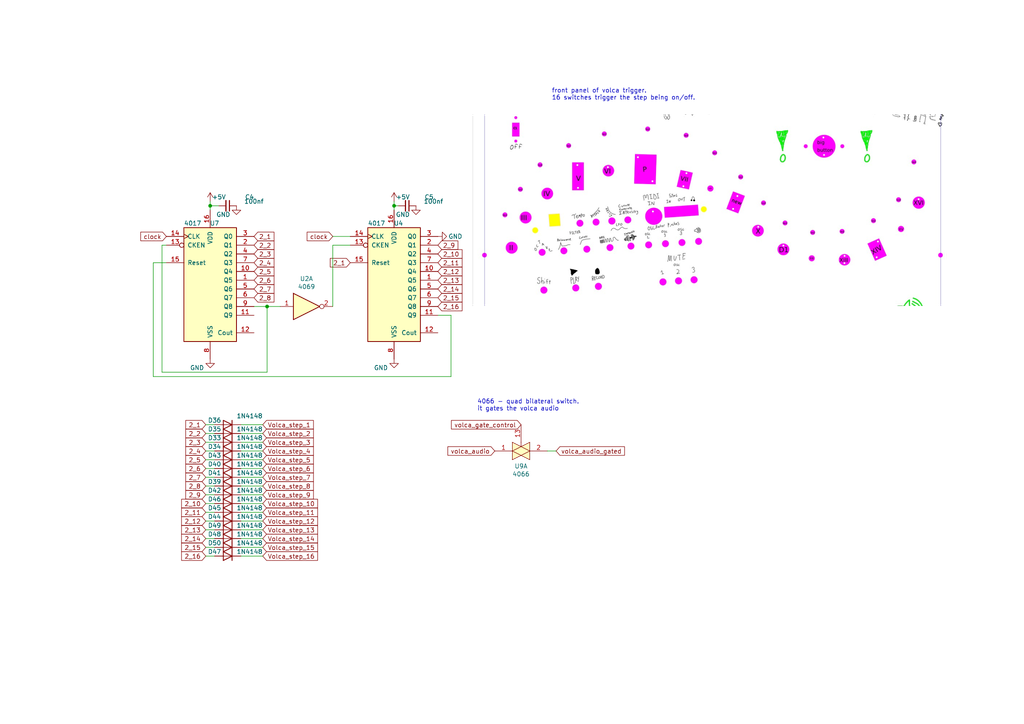
<source format=kicad_sch>
(kicad_sch (version 20250114) (generator "eeschema") (generator_version "9.0")
  (paper "A4")
  (lib_symbols
    (symbol "4xxx:4017" (pin_names (offset 1.016))
      (property "Reference" "U" (at -7.62 16.51 0))
      (property "Value" "4017" (at -7.62 -19.05 0))
      (symbol "4017_1_0"
        (pin input clock (at -12.7 12.7 0) (length 5.08) (name "CLK") (number "14"))
        (pin input inverted (at -12.7 10.16 0) (length 5.08) (name "CKEN") (number "13"))
        (pin input line (at -12.7 5.08 0) (length 5.08) (name "Reset") (number "15"))
        (pin power_in line (at 0 20.32 270) (length 5.08) (name "VDD") (number "16"))
        (pin power_in line (at 0 -22.86 90) (length 5.08) (name "VSS") (number "8"))
        (pin output line (at 12.7 12.7 180) (length 5.08) (name "Q0") (number "3"))
        (pin output line (at 12.7 10.16 180) (length 5.08) (name "Q1") (number "2"))
        (pin output line (at 12.7 7.62 180) (length 5.08) (name "Q2") (number "4"))
        (pin output line (at 12.7 5.08 180) (length 5.08) (name "Q3") (number "7"))
        (pin output line (at 12.7 2.54 180) (length 5.08) (name "Q4") (number "10"))
        (pin output line (at 12.7 0 180) (length 5.08) (name "Q5") (number "1"))
        (pin output line (at 12.7 -2.54 180) (length 5.08) (name "Q6") (number "5"))
        (pin output line (at 12.7 -5.08 180) (length 5.08) (name "Q7") (number "6"))
        (pin output line (at 12.7 -7.62 180) (length 5.08) (name "Q8") (number "9"))
        (pin output line (at 12.7 -10.16 180) (length 5.08) (name "Q9") (number "11"))
        (pin output line (at 12.7 -15.24 180) (length 5.08) (name "Cout") (number "12"))
      )
      (symbol "4017_1_1"
        (rectangle (start -7.62 15.24) (end 7.62 -17.78) (stroke (width 0.254)) (fill (type background)))
      )
    )
    (symbol "4xxx:4066" (pin_names (offset 1.016))
      (property "Reference" "U" (at -7.62 8.89 0))
      (property "Value" "4066" (at -7.62 -8.89 0))
      (symbol "4066_1_0"
        (polyline (pts (xy -2.54 2.54) (xy 2.54 0) (xy -2.54 -2.54) (xy -2.54 2.54)) (fill (type background)))
        (polyline (pts (xy -2.54 0) (xy 2.54 2.54) (xy 2.54 -2.54) (xy -2.54 0)) (fill (type background)))
        (polyline (pts (xy 0 1.27) (xy 0 2.54)) (stroke (width 0.1524)))
        (pin passive line (at -7.62 0 0) (length 5.08) (name "~") (number "1"))
        (pin input line (at 0 7.62 270) (length 5.08) (name "~") (number "13"))
        (pin passive line (at 7.62 0 180) (length 5.08) (name "~") (number "2"))
      )
      (symbol "4066_2_0"
        (polyline (pts (xy -2.54 2.54) (xy 2.54 0) (xy -2.54 -2.54) (xy -2.54 2.54)) (fill (type background)))
        (polyline (pts (xy -2.54 0) (xy 2.54 2.54) (xy 2.54 -2.54) (xy -2.54 0)) (fill (type background)))
        (polyline (pts (xy 0 1.27) (xy 0 2.54)) (stroke (width 0.1524)))
        (pin passive line (at -7.62 0 0) (length 5.08) (name "~") (number "4"))
        (pin input line (at 0 7.62 270) (length 5.08) (name "~") (number "5"))
        (pin passive line (at 7.62 0 180) (length 5.08) (name "~") (number "3"))
      )
      (symbol "4066_3_0"
        (polyline (pts (xy -2.54 2.54) (xy 2.54 0) (xy -2.54 -2.54) (xy -2.54 2.54)) (fill (type background)))
        (polyline (pts (xy -2.54 0) (xy 2.54 2.54) (xy 2.54 -2.54) (xy -2.54 0)) (fill (type background)))
        (polyline (pts (xy 0 1.27) (xy 0 2.54)) (stroke (width 0.1524)))
        (pin passive line (at -7.62 0 0) (length 5.08) (name "~") (number "8"))
        (pin input line (at 0 7.62 270) (length 5.08) (name "~") (number "6"))
        (pin passive line (at 7.62 0 180) (length 5.08) (name "~") (number "9"))
      )
      (symbol "4066_4_0"
        (polyline (pts (xy -2.54 2.54) (xy 2.54 0) (xy -2.54 -2.54) (xy -2.54 2.54)) (fill (type background)))
        (polyline (pts (xy -2.54 0) (xy 2.54 2.54) (xy 2.54 -2.54) (xy -2.54 0)) (fill (type background)))
        (polyline (pts (xy 0 1.27) (xy 0 2.54)) (stroke (width 0.1524)))
        (pin passive line (at -7.62 0 0) (length 5.08) (name "~") (number "11"))
        (pin input line (at 0 7.62 270) (length 5.08) (name "~") (number "12"))
        (pin passive line (at 7.62 0 180) (length 5.08) (name "~") (number "10"))
      )
      (symbol "4066_5_0"
        (pin power_in line (at 0 12.7 270) (length 5.08) (name "VDD") (number "14"))
        (pin power_in line (at 0 -12.7 90) (length 5.08) (name "VSS") (number "7"))
      )
      (symbol "4066_5_1"
        (rectangle (start -5.08 7.62) (end 5.08 -7.62) (stroke (width 0.254)) (fill (type background)))
      )
    )
    (symbol "4xxx:4069" (pin_names (offset 1.016))
      (property "Reference" "U" (at 0 1.27 0))
      (property "Value" "4069" (at 0 -1.27 0))
      (symbol "4069_1_0"
        (polyline (pts (xy -3.81 3.81) (xy -3.81 -3.81) (xy 3.81 0) (xy -3.81 3.81)) (stroke (width 0.254)) (fill (type background)))
        (pin input line (at -7.62 0 0) (length 3.81) (name "~") (number "1"))
        (pin output inverted (at 7.62 0 180) (length 3.81) (name "~") (number "2"))
      )
      (symbol "4069_2_0"
        (polyline (pts (xy -3.81 3.81) (xy -3.81 -3.81) (xy 3.81 0) (xy -3.81 3.81)) (stroke (width 0.254)) (fill (type background)))
        (pin input line (at -7.62 0 0) (length 3.81) (name "~") (number "3"))
        (pin output inverted (at 7.62 0 180) (length 3.81) (name "~") (number "4"))
      )
      (symbol "4069_3_0"
        (polyline (pts (xy -3.81 3.81) (xy -3.81 -3.81) (xy 3.81 0) (xy -3.81 3.81)) (stroke (width 0.254)) (fill (type background)))
        (pin input line (at -7.62 0 0) (length 3.81) (name "~") (number "5"))
        (pin output inverted (at 7.62 0 180) (length 3.81) (name "~") (number "6"))
      )
      (symbol "4069_4_0"
        (polyline (pts (xy -3.81 3.81) (xy -3.81 -3.81) (xy 3.81 0) (xy -3.81 3.81)) (stroke (width 0.254)) (fill (type background)))
        (pin input line (at -7.62 0 0) (length 3.81) (name "~") (number "9"))
        (pin output inverted (at 7.62 0 180) (length 3.81) (name "~") (number "8"))
      )
      (symbol "4069_5_0"
        (polyline (pts (xy -3.81 3.81) (xy -3.81 -3.81) (xy 3.81 0) (xy -3.81 3.81)) (stroke (width 0.254)) (fill (type background)))
        (pin input line (at -7.62 0 0) (length 3.81) (name "~") (number "11"))
        (pin output inverted (at 7.62 0 180) (length 3.81) (name "~") (number "10"))
      )
      (symbol "4069_6_0"
        (polyline (pts (xy -3.81 3.81) (xy -3.81 -3.81) (xy 3.81 0) (xy -3.81 3.81)) (stroke (width 0.254)) (fill (type background)))
        (pin input line (at -7.62 0 0) (length 3.81) (name "~") (number "13"))
        (pin output inverted (at 7.62 0 180) (length 3.81) (name "~") (number "12"))
      )
      (symbol "4069_7_0"
        (pin power_in line (at 0 12.7 270) (length 5.08) (name "VDD") (number "14"))
        (pin power_in line (at 0 -12.7 90) (length 5.08) (name "VSS") (number "7"))
      )
      (symbol "4069_7_1"
        (rectangle (start -5.08 7.62) (end 5.08 -7.62) (stroke (width 0.254)) (fill (type background)))
      )
    )
    (symbol "Device:C_Small" (pin_numbers (hide yes)) (pin_names (offset 0.254) (hide yes))
      (property "Reference" "C" (at 0.254 1.778 0))
      (property "Value" "C_Small" (at 0.254 -2.032 0))
      (symbol "C_Small_0_1"
        (polyline (pts (xy -1.524 0.508) (xy 1.524 0.508)) (stroke (width 0.3048)))
        (polyline (pts (xy -1.524 -0.508) (xy 1.524 -0.508)) (stroke (width 0.3302)))
      )
      (symbol "C_Small_1_1"
        (pin passive line (at 0 2.54 270) (length 2.032) (name "~") (number "1"))
        (pin passive line (at 0 -2.54 90) (length 2.032) (name "~") (number "2"))
      )
    )
    (symbol "Diode:1N4148" (pin_numbers (hide yes)) (pin_names (hide yes))
      (property "Reference" "D" (at 0 2.54 0))
      (property "Value" "1N4148" (at 0 -2.54 0))
      (symbol "1N4148_0_1"
        (polyline (pts (xy -1.27 1.27) (xy -1.27 -1.27)) (stroke (width 0.254)))
        (polyline (pts (xy 1.27 1.27) (xy 1.27 -1.27) (xy -1.27 0) (xy 1.27 1.27)) (stroke (width 0.254)))
        (polyline (pts (xy 1.27 0) (xy -1.27 0)))
      )
      (symbol "1N4148_1_1"
        (pin passive line (at -3.81 0 0) (length 2.54) (name "K") (number "1"))
        (pin passive line (at 3.81 0 180) (length 2.54) (name "A") (number "2"))
      )
    )
    (symbol "power:+5V" (power) (pin_names (offset 0))
      (property "Value" "+5V" (at 0 3.556 0))
      (symbol "+5V_0_1"
        (polyline (pts (xy -0.762 1.27) (xy 0 2.54)))
        (polyline (pts (xy 0 2.54) (xy 0.762 1.27)))
        (polyline (pts (xy 0 0) (xy 0 2.54)))
      )
      (symbol "+5V_1_1"
        (pin power_in line (at 0 0 90) (length 0) (hide yes) (name "+5V") (number "1"))
      )
    )
    (symbol "power:GND" (power) (pin_names (offset 0))
      (property "Value" "GND" (at 0 -3.81 0))
      (symbol "GND_0_1"
        (polyline (pts (xy 0 0) (xy 0 -1.27) (xy 1.27 -1.27) (xy 0 -2.54) (xy -1.27 -1.27) (xy 0 -1.27)))
      )
      (symbol "GND_1_1"
        (pin power_in line (at 0 0 270) (length 0) (hide yes) (name "GND") (number "1"))
      )
    )
  )
  (text "front panel of volca trigger. \n16 switches trigger the step being on/off. " (at 160.02 29.21 0) (effects (font (size 1.27 1.27)) (justify left bottom)))
  (text "4066 - quad bilateral switch. \nit gates the volca audio " (at 138.43 119.38 0) (effects (font (size 1.27 1.27)) (justify left bottom)))
  (junction (at 114.3 59.69))
  (junction (at 77.47 88.9))
  (junction (at 60.96 59.69))
  (wire (pts (xy 77.47 88.9) (xy 77.47 107.95)))
  (wire (pts (xy 60.96 58.42) (xy 60.96 59.69)))
  (wire (pts (xy 59.69 148.59) (xy 62.23 148.59)))
  (wire (pts (xy 59.69 161.29) (xy 62.23 161.29)))
  (wire (pts (xy 69.85 140.97) (xy 76.2 140.97)))
  (wire (pts (xy 59.69 140.97) (xy 62.23 140.97)))
  (wire (pts (xy 69.85 153.67) (xy 76.2 153.67)))
  (wire (pts (xy 76.2 143.51) (xy 69.85 143.51)))
  (wire (pts (xy 130.81 109.22) (xy 44.45 109.22)))
  (wire (pts (xy 76.2 123.19) (xy 69.85 123.19)))
  (wire (pts (xy 59.69 156.21) (xy 62.23 156.21)))
  (wire (pts (xy 59.69 151.13) (xy 62.23 151.13)))
  (wire (pts (xy 63.5 59.69) (xy 60.96 59.69)))
  (wire (pts (xy 69.85 161.29) (xy 76.2 161.29)))
  (wire (pts (xy 69.85 158.75) (xy 76.2 158.75)))
  (wire (pts (xy 59.69 135.89) (xy 62.23 135.89)))
  (wire (pts (xy 96.52 88.9) (xy 96.52 71.12)))
  (wire (pts (xy 59.69 143.51) (xy 62.23 143.51)))
  (wire (pts (xy 69.85 156.21) (xy 76.2 156.21)))
  (wire (pts (xy 59.69 158.75) (xy 62.23 158.75)))
  (wire (pts (xy 59.69 130.81) (xy 62.23 130.81)))
  (wire (pts (xy 76.2 146.05) (xy 69.85 146.05)))
  (wire (pts (xy 127 91.44) (xy 130.81 91.44)))
  (wire (pts (xy 73.66 88.9) (xy 77.47 88.9)))
  (wire (pts (xy 114.3 58.42) (xy 114.3 59.69)))
  (wire (pts (xy 46.99 107.95) (xy 46.99 71.12)))
  (wire (pts (xy 161.29 130.81) (xy 158.75 130.81)))
  (wire (pts (xy 59.69 153.67) (xy 62.23 153.67)))
  (wire (pts (xy 59.69 123.19) (xy 62.23 123.19)))
  (wire (pts (xy 96.52 68.58) (xy 101.6 68.58)))
  (wire (pts (xy 59.69 138.43) (xy 62.23 138.43)))
  (wire (pts (xy 59.69 128.27) (xy 62.23 128.27)))
  (wire (pts (xy 44.45 109.22) (xy 44.45 76.2)))
  (wire (pts (xy 69.85 135.89) (xy 76.2 135.89)))
  (wire (pts (xy 69.85 138.43) (xy 76.2 138.43)))
  (wire (pts (xy 96.52 71.12) (xy 101.6 71.12)))
  (wire (pts (xy 114.3 59.69) (xy 114.3 60.96)))
  (wire (pts (xy 69.85 130.81) (xy 76.2 130.81)))
  (wire (pts (xy 69.85 133.35) (xy 76.2 133.35)))
  (wire (pts (xy 77.47 88.9) (xy 81.28 88.9)))
  (wire (pts (xy 59.69 125.73) (xy 62.23 125.73)))
  (wire (pts (xy 69.85 128.27) (xy 76.2 128.27)))
  (wire (pts (xy 46.99 71.12) (xy 48.26 71.12)))
  (wire (pts (xy 130.81 91.44) (xy 130.81 109.22)))
  (wire (pts (xy 69.85 148.59) (xy 76.2 148.59)))
  (wire (pts (xy 44.45 76.2) (xy 48.26 76.2)))
  (wire (pts (xy 59.69 146.05) (xy 62.23 146.05)))
  (wire (pts (xy 60.96 59.69) (xy 60.96 60.96)))
  (wire (pts (xy 77.47 107.95) (xy 46.99 107.95)))
  (wire (pts (xy 69.85 151.13) (xy 76.2 151.13)))
  (wire (pts (xy 59.69 133.35) (xy 62.23 133.35)))
  (wire (pts (xy 76.2 125.73) (xy 69.85 125.73)))
  (wire (pts (xy 115.57 59.69) (xy 114.3 59.69)))
  (image (at 205.74 60.96) (scale 0.493017))
  (global_label "Volca_step_15" (shape input) (at 76.2 158.75 0) (property "Intersheetrefs" "${INTERSHEET_REFS}" (effects (hide yes))))
  (global_label "Volca_step_10" (shape input) (at 76.2 146.05 0) (property "Intersheetrefs" "${INTERSHEET_REFS}" (effects (hide yes))))
  (global_label "2_3" (shape input) (at 59.69 128.27 180) (property "Intersheetrefs" "${INTERSHEET_REFS}" (effects (hide yes))))
  (global_label "2_16" (shape input) (at 127 88.9 0) (property "Intersheetrefs" "${INTERSHEET_REFS}" (effects (hide yes))))
  (global_label "2_16" (shape input) (at 59.69 161.29 180) (property "Intersheetrefs" "${INTERSHEET_REFS}" (effects (hide yes))))
  (global_label "2_10" (shape input) (at 127 73.66 0) (property "Intersheetrefs" "${INTERSHEET_REFS}" (effects (hide yes))))
  (global_label "2_8" (shape input) (at 73.66 86.36 0) (property "Intersheetrefs" "${INTERSHEET_REFS}" (effects (hide yes))))
  (global_label "2_1" (shape input) (at 73.66 68.58 0) (property "Intersheetrefs" "${INTERSHEET_REFS}" (effects (hide yes))))
  (global_label "2_11" (shape input) (at 59.69 148.59 180) (property "Intersheetrefs" "${INTERSHEET_REFS}" (effects (hide yes))))
  (global_label "2_6" (shape input) (at 59.69 135.89 180) (property "Intersheetrefs" "${INTERSHEET_REFS}" (effects (hide yes))))
  (global_label "2_10" (shape input) (at 59.69 146.05 180) (property "Intersheetrefs" "${INTERSHEET_REFS}" (effects (hide yes))))
  (global_label "Volca_step_4" (shape input) (at 76.2 130.81 0) (property "Intersheetrefs" "${INTERSHEET_REFS}" (effects (hide yes))))
  (global_label "2_1" (shape input) (at 101.6 76.2 180) (property "Intersheetrefs" "${INTERSHEET_REFS}" (effects (hide yes))))
  (global_label "volca_gate_control" (shape input) (at 151.13 123.19 180) (property "Intersheetrefs" "${INTERSHEET_REFS}" (effects (hide yes))))
  (global_label "2_12" (shape input) (at 127 78.74 0) (property "Intersheetrefs" "${INTERSHEET_REFS}" (effects (hide yes))))
  (global_label "2_5" (shape input) (at 59.69 133.35 180) (property "Intersheetrefs" "${INTERSHEET_REFS}" (effects (hide yes))))
  (global_label "Volca_step_5" (shape input) (at 76.2 133.35 0) (property "Intersheetrefs" "${INTERSHEET_REFS}" (effects (hide yes))))
  (global_label "Volca_step_3" (shape input) (at 76.2 128.27 0) (property "Intersheetrefs" "${INTERSHEET_REFS}" (effects (hide yes))))
  (global_label "Volca_step_1" (shape input) (at 76.2 123.19 0) (property "Intersheetrefs" "${INTERSHEET_REFS}" (effects (hide yes))))
  (global_label "2_7" (shape input) (at 59.69 138.43 180) (property "Intersheetrefs" "${INTERSHEET_REFS}" (effects (hide yes))))
  (global_label "Volca_step_12" (shape input) (at 76.2 151.13 0) (property "Intersheetrefs" "${INTERSHEET_REFS}" (effects (hide yes))))
  (global_label "Volca_step_8" (shape input) (at 76.2 140.97 0) (property "Intersheetrefs" "${INTERSHEET_REFS}" (effects (hide yes))))
  (global_label "2_3" (shape input) (at 73.66 73.66 0) (property "Intersheetrefs" "${INTERSHEET_REFS}" (effects (hide yes))))
  (global_label "2_14" (shape input) (at 59.69 156.21 180) (property "Intersheetrefs" "${INTERSHEET_REFS}" (effects (hide yes))))
  (global_label "clock" (shape input) (at 96.52 68.58 180) (property "Intersheetrefs" "${INTERSHEET_REFS}" (effects (hide yes))))
  (global_label "2_13" (shape input) (at 59.69 153.67 180) (property "Intersheetrefs" "${INTERSHEET_REFS}" (effects (hide yes))))
  (global_label "2_15" (shape input) (at 59.69 158.75 180) (property "Intersheetrefs" "${INTERSHEET_REFS}" (effects (hide yes))))
  (global_label "Volca_step_7" (shape input) (at 76.2 138.43 0) (property "Intersheetrefs" "${INTERSHEET_REFS}" (effects (hide yes))))
  (global_label "2_8" (shape input) (at 59.69 140.97 180) (property "Intersheetrefs" "${INTERSHEET_REFS}" (effects (hide yes))))
  (global_label "2_1" (shape input) (at 59.69 123.19 180) (property "Intersheetrefs" "${INTERSHEET_REFS}" (effects (hide yes))))
  (global_label "Volca_step_16" (shape input) (at 76.2 161.29 0) (property "Intersheetrefs" "${INTERSHEET_REFS}" (effects (hide yes))))
  (global_label "Volca_step_2" (shape input) (at 76.2 125.73 0) (property "Intersheetrefs" "${INTERSHEET_REFS}" (effects (hide yes))))
  (global_label "2_9" (shape input) (at 59.69 143.51 180) (property "Intersheetrefs" "${INTERSHEET_REFS}" (effects (hide yes))))
  (global_label "Volca_step_14" (shape input) (at 76.2 156.21 0) (property "Intersheetrefs" "${INTERSHEET_REFS}" (effects (hide yes))))
  (global_label "clock" (shape input) (at 48.26 68.58 180) (property "Intersheetrefs" "${INTERSHEET_REFS}" (effects (hide yes))))
  (global_label "2_6" (shape input) (at 73.66 81.28 0) (property "Intersheetrefs" "${INTERSHEET_REFS}" (effects (hide yes))))
  (global_label "volca_audio_gated" (shape input) (at 161.29 130.81 0) (property "Intersheetrefs" "${INTERSHEET_REFS}" (effects (hide yes))))
  (global_label "2_13" (shape input) (at 127 81.28 0) (property "Intersheetrefs" "${INTERSHEET_REFS}" (effects (hide yes))))
  (global_label "2_5" (shape input) (at 73.66 78.74 0) (property "Intersheetrefs" "${INTERSHEET_REFS}" (effects (hide yes))))
  (global_label "2_7" (shape input) (at 73.66 83.82 0) (property "Intersheetrefs" "${INTERSHEET_REFS}" (effects (hide yes))))
  (global_label "Volca_step_9" (shape input) (at 76.2 143.51 0) (property "Intersheetrefs" "${INTERSHEET_REFS}" (effects (hide yes))))
  (global_label "Volca_step_6" (shape input) (at 76.2 135.89 0) (property "Intersheetrefs" "${INTERSHEET_REFS}" (effects (hide yes))))
  (global_label "2_4" (shape input) (at 59.69 130.81 180) (property "Intersheetrefs" "${INTERSHEET_REFS}" (effects (hide yes))))
  (global_label "2_11" (shape input) (at 127 76.2 0) (property "Intersheetrefs" "${INTERSHEET_REFS}" (effects (hide yes))))
  (global_label "Volca_step_11" (shape input) (at 76.2 148.59 0) (property "Intersheetrefs" "${INTERSHEET_REFS}" (effects (hide yes))))
  (global_label "2_2" (shape input) (at 59.69 125.73 180) (property "Intersheetrefs" "${INTERSHEET_REFS}" (effects (hide yes))))
  (global_label "2_4" (shape input) (at 73.66 76.2 0) (property "Intersheetrefs" "${INTERSHEET_REFS}" (effects (hide yes))))
  (global_label "Volca_step_13" (shape input) (at 76.2 153.67 0) (property "Intersheetrefs" "${INTERSHEET_REFS}" (effects (hide yes))))
  (global_label "2_12" (shape input) (at 59.69 151.13 180) (property "Intersheetrefs" "${INTERSHEET_REFS}" (effects (hide yes))))
  (global_label "volca_audio" (shape input) (at 143.51 130.81 180) (property "Intersheetrefs" "${INTERSHEET_REFS}" (effects (hide yes))))
  (global_label "2_15" (shape input) (at 127 86.36 0) (property "Intersheetrefs" "${INTERSHEET_REFS}" (effects (hide yes))))
  (global_label "2_2" (shape input) (at 73.66 71.12 0) (property "Intersheetrefs" "${INTERSHEET_REFS}" (effects (hide yes))))
  (global_label "2_14" (shape input) (at 127 83.82 0) (property "Intersheetrefs" "${INTERSHEET_REFS}" (effects (hide yes))))
  (global_label "2_9" (shape input) (at 127 71.12 0) (property "Intersheetrefs" "${INTERSHEET_REFS}" (effects (hide yes))))
  (symbol (lib_id "4xxx:4017") (at 60.96 81.28 0) (unit 1)
    (property "Reference" "U7" (at 62.23 64.77 0))
    (property "Value" "4017" (at 55.88 64.77 0))
    (property "Footprint" "Package_SO:SO-16_5.3x10.2mm_P1.27mm" (effects (hide yes)))
    (property "Datasheet" "http://www.intersil.com/content/dam/Intersil/documents/cd40/cd4017bms-22bms.pdf" (effects (hide yes)))
  )
  (symbol (lib_id "Device:C_Small") (at 66.04 59.69 270) (unit 1)
    (property "Reference" "C4" (at 72.39 57.15 90))
    (property "Value" "100nf" (at 73.66 58.42 90))
    (property "Footprint" "Capacitor_SMD:C_0805_2012Metric" (effects (hide yes)))
  )
  (symbol (lib_id "power:GND") (at 68.58 59.69 0) (unit 1)
    (property "Reference" "#PWR070" (effects (hide yes)))
    (property "Value" "GND" (at 64.77 62.23 0))
  )
  (symbol (lib_id "Device:C_Small") (at 118.11 59.69 270) (unit 1)
    (property "Reference" "C5" (at 124.46 57.15 90))
    (property "Value" "100nf" (at 125.73 58.42 90))
    (property "Footprint" "Capacitor_SMD:C_0805_2012Metric" (effects (hide yes)))
  )
  (symbol (lib_id "power:GND") (at 120.65 59.69 0) (unit 1)
    (property "Reference" "#PWR073" (effects (hide yes)))
    (property "Value" "GND" (at 116.84 62.23 0))
  )
  (symbol (lib_id "power:GND") (at 60.96 104.14 0) (unit 1)
    (property "Reference" "#PWR069" (effects (hide yes)))
    (property "Value" "GND" (at 57.15 106.68 0))
  )
  (symbol (lib_id "power:GND") (at 114.3 104.14 0) (unit 1)
    (property "Reference" "#PWR072" (effects (hide yes)))
    (property "Value" "GND" (at 110.49 106.68 0))
  )
  (symbol (lib_id "4xxx:4069") (at 88.9 88.9 0) (unit 1)
    (property "Reference" "U2" (at 88.9 80.8482 0))
    (property "Value" "4069" (at 88.9 83.1596 0))
    (property "Footprint" "Package_SO:SO-14_3.9x8.65mm_P1.27mm" (effects (hide yes)))
    (property "Datasheet" "http://www.intersil.com/content/dam/Intersil/documents/cd40/cd4069ubms.pdf" (effects (hide yes)))
  )
  (symbol (lib_id "4xxx:4017") (at 114.3 81.28 0) (unit 1)
    (property "Reference" "U4" (at 115.57 64.77 0))
    (property "Value" "4017" (at 109.22 64.77 0))
    (property "Footprint" "Package_SO:SO-16_5.3x10.2mm_P1.27mm" (effects (hide yes)))
    (property "Datasheet" "http://www.intersil.com/content/dam/Intersil/documents/cd40/cd4017bms-22bms.pdf" (effects (hide yes)))
  )
  (symbol (lib_id "power:GND") (at 127 68.58 90) (unit 1)
    (property "Reference" "#PWR074" (effects (hide yes)))
    (property "Value" "GND" (at 132.08 68.58 90))
  )
  (symbol (lib_id "Diode:1N4148") (at 66.04 128.27 180) (unit 1)
    (property "Reference" "D33" (at 62.23 127 0))
    (property "Value" "1N4148" (at 72.39 127 0))
    (property "Footprint" "Diode_SMD:D_SOD-323" (effects (hide yes)))
    (property "Datasheet" "https://assets.nexperia.com/documents/data-sheet/1N4148_1N4448.pdf" (effects (hide yes)))
  )
  (symbol (lib_id "Diode:1N4148") (at 66.04 123.19 180) (unit 1)
    (property "Reference" "D36" (at 62.23 121.92 0))
    (property "Value" "1N4148" (at 72.39 120.65 0))
    (property "Footprint" "Diode_SMD:D_SOD-323" (effects (hide yes)))
    (property "Datasheet" "https://assets.nexperia.com/documents/data-sheet/1N4148_1N4448.pdf" (effects (hide yes)))
  )
  (symbol (lib_id "Diode:1N4148") (at 66.04 125.73 180) (unit 1)
    (property "Reference" "D35" (at 62.23 124.46 0))
    (property "Value" "1N4148" (at 72.39 124.46 0))
    (property "Footprint" "Diode_SMD:D_SOD-323" (effects (hide yes)))
    (property "Datasheet" "https://assets.nexperia.com/documents/data-sheet/1N4148_1N4448.pdf" (effects (hide yes)))
  )
  (symbol (lib_id "Diode:1N4148") (at 66.04 130.81 180) (unit 1)
    (property "Reference" "D34" (at 62.23 129.54 0))
    (property "Value" "1N4148" (at 72.39 129.54 0))
    (property "Footprint" "Diode_SMD:D_SOD-323" (effects (hide yes)))
    (property "Datasheet" "https://assets.nexperia.com/documents/data-sheet/1N4148_1N4448.pdf" (effects (hide yes)))
  )
  (symbol (lib_id "Diode:1N4148") (at 66.04 133.35 180) (unit 1)
    (property "Reference" "D43" (at 62.23 132.08 0))
    (property "Value" "1N4148" (at 72.39 132.08 0))
    (property "Footprint" "Diode_SMD:D_SOD-323" (effects (hide yes)))
    (property "Datasheet" "https://assets.nexperia.com/documents/data-sheet/1N4148_1N4448.pdf" (effects (hide yes)))
  )
  (symbol (lib_id "Diode:1N4148") (at 66.04 135.89 180) (unit 1)
    (property "Reference" "D40" (at 62.23 134.62 0))
    (property "Value" "1N4148" (at 72.39 134.62 0))
    (property "Footprint" "Diode_SMD:D_SOD-323" (effects (hide yes)))
    (property "Datasheet" "https://assets.nexperia.com/documents/data-sheet/1N4148_1N4448.pdf" (effects (hide yes)))
  )
  (symbol (lib_id "Diode:1N4148") (at 66.04 138.43 180) (unit 1)
    (property "Reference" "D41" (at 62.23 137.16 0))
    (property "Value" "1N4148" (at 72.39 137.16 0))
    (property "Footprint" "Diode_SMD:D_SOD-323" (effects (hide yes)))
    (property "Datasheet" "https://assets.nexperia.com/documents/data-sheet/1N4148_1N4448.pdf" (effects (hide yes)))
  )
  (symbol (lib_id "Diode:1N4148") (at 66.04 140.97 180) (unit 1)
    (property "Reference" "D39" (at 62.23 139.7 0))
    (property "Value" "1N4148" (at 72.39 139.7 0))
    (property "Footprint" "Diode_SMD:D_SOD-323" (effects (hide yes)))
    (property "Datasheet" "https://assets.nexperia.com/documents/data-sheet/1N4148_1N4448.pdf" (effects (hide yes)))
  )
  (symbol (lib_id "Diode:1N4148") (at 66.04 148.59 180) (unit 1)
    (property "Reference" "D45" (at 62.23 147.32 0))
    (property "Value" "1N4148" (at 72.39 147.32 0))
    (property "Footprint" "Diode_SMD:D_SOD-323" (effects (hide yes)))
    (property "Datasheet" "https://assets.nexperia.com/documents/data-sheet/1N4148_1N4448.pdf" (effects (hide yes)))
  )
  (symbol (lib_id "Diode:1N4148") (at 66.04 143.51 180) (unit 1)
    (property "Reference" "D42" (at 62.23 142.24 0))
    (property "Value" "1N4148" (at 72.39 142.24 0))
    (property "Footprint" "Diode_SMD:D_SOD-323" (effects (hide yes)))
    (property "Datasheet" "https://assets.nexperia.com/documents/data-sheet/1N4148_1N4448.pdf" (effects (hide yes)))
  )
  (symbol (lib_id "Diode:1N4148") (at 66.04 146.05 180) (unit 1)
    (property "Reference" "D46" (at 62.23 144.78 0))
    (property "Value" "1N4148" (at 72.39 144.78 0))
    (property "Footprint" "Diode_SMD:D_SOD-323" (effects (hide yes)))
    (property "Datasheet" "https://assets.nexperia.com/documents/data-sheet/1N4148_1N4448.pdf" (effects (hide yes)))
  )
  (symbol (lib_id "Diode:1N4148") (at 66.04 151.13 180) (unit 1)
    (property "Reference" "D44" (at 62.23 149.86 0))
    (property "Value" "1N4148" (at 72.39 149.86 0))
    (property "Footprint" "Diode_SMD:D_SOD-323" (effects (hide yes)))
    (property "Datasheet" "https://assets.nexperia.com/documents/data-sheet/1N4148_1N4448.pdf" (effects (hide yes)))
  )
  (symbol (lib_id "Diode:1N4148") (at 66.04 153.67 180) (unit 1)
    (property "Reference" "D49" (at 62.23 152.4 0))
    (property "Value" "1N4148" (at 72.39 152.4 0))
    (property "Footprint" "Diode_SMD:D_SOD-323" (effects (hide yes)))
    (property "Datasheet" "https://assets.nexperia.com/documents/data-sheet/1N4148_1N4448.pdf" (effects (hide yes)))
  )
  (symbol (lib_id "Diode:1N4148") (at 66.04 156.21 180) (unit 1)
    (property "Reference" "D48" (at 62.23 154.94 0))
    (property "Value" "1N4148" (at 72.39 154.94 0))
    (property "Footprint" "Diode_SMD:D_SOD-323" (effects (hide yes)))
    (property "Datasheet" "https://assets.nexperia.com/documents/data-sheet/1N4148_1N4448.pdf" (effects (hide yes)))
  )
  (symbol (lib_id "Diode:1N4148") (at 66.04 158.75 180) (unit 1)
    (property "Reference" "D50" (at 62.23 157.48 0))
    (property "Value" "1N4148" (at 72.39 157.48 0))
    (property "Footprint" "Diode_SMD:D_SOD-323" (effects (hide yes)))
    (property "Datasheet" "https://assets.nexperia.com/documents/data-sheet/1N4148_1N4448.pdf" (effects (hide yes)))
  )
  (symbol (lib_id "Diode:1N4148") (at 66.04 161.29 180) (unit 1)
    (property "Reference" "D47" (at 62.23 160.02 0))
    (property "Value" "1N4148" (at 72.39 160.02 0))
    (property "Footprint" "Diode_SMD:D_SOD-323" (effects (hide yes)))
    (property "Datasheet" "https://assets.nexperia.com/documents/data-sheet/1N4148_1N4448.pdf" (effects (hide yes)))
  )
  (symbol (lib_id "power:+5V") (at 60.96 58.42 0) (unit 1)
    (property "Reference" "#PWR068" (effects (hide yes)))
    (property "Value" "+5V" (at 63.5 57.15 0))
  )
  (symbol (lib_id "power:+5V") (at 114.3 58.42 0) (unit 1)
    (property "Reference" "#PWR071" (effects (hide yes)))
    (property "Value" "+5V" (at 116.84 57.15 0))
  )
  (symbol (lib_id "4xxx:4066") (at 151.13 130.81 0) (unit 1)
    (property "Reference" "U9" (at 151.13 135.2042 0))
    (property "Value" "4066" (at 151.13 137.5156 0))
    (property "Footprint" "Package_SO:SO-14_3.9x8.65mm_P1.27mm" (effects (hide yes)))
    (property "Datasheet" "http://www.ti.com/lit/ds/symlink/cd4066b.pdf" (effects (hide yes)))
  )
)
</source>
